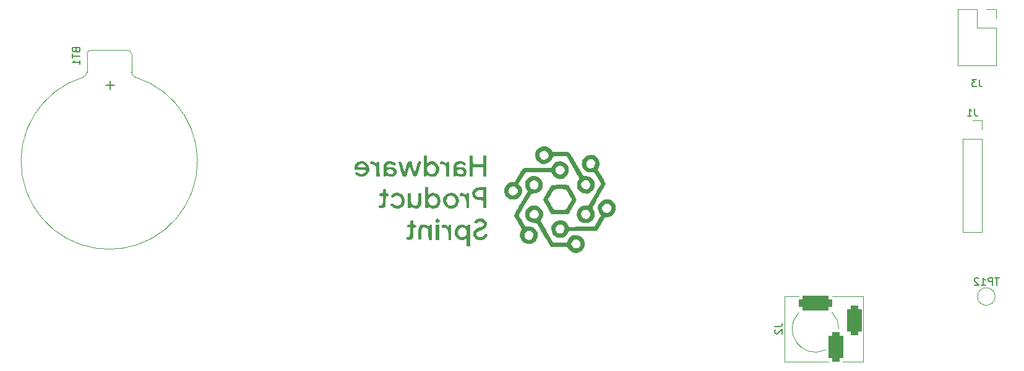
<source format=gbr>
%TF.GenerationSoftware,KiCad,Pcbnew,(6.0.5-0)*%
%TF.CreationDate,2022-07-17T22:17:14-04:00*%
%TF.ProjectId,Annahs_clock_hps,416e6e61-6873-45f6-936c-6f636b5f6870,rev?*%
%TF.SameCoordinates,Original*%
%TF.FileFunction,Legend,Bot*%
%TF.FilePolarity,Positive*%
%FSLAX46Y46*%
G04 Gerber Fmt 4.6, Leading zero omitted, Abs format (unit mm)*
G04 Created by KiCad (PCBNEW (6.0.5-0)) date 2022-07-17 22:17:14*
%MOMM*%
%LPD*%
G01*
G04 APERTURE LIST*
G04 Aperture macros list*
%AMRoundRect*
0 Rectangle with rounded corners*
0 $1 Rounding radius*
0 $2 $3 $4 $5 $6 $7 $8 $9 X,Y pos of 4 corners*
0 Add a 4 corners polygon primitive as box body*
4,1,4,$2,$3,$4,$5,$6,$7,$8,$9,$2,$3,0*
0 Add four circle primitives for the rounded corners*
1,1,$1+$1,$2,$3*
1,1,$1+$1,$4,$5*
1,1,$1+$1,$6,$7*
1,1,$1+$1,$8,$9*
0 Add four rect primitives between the rounded corners*
20,1,$1+$1,$2,$3,$4,$5,0*
20,1,$1+$1,$4,$5,$6,$7,0*
20,1,$1+$1,$6,$7,$8,$9,0*
20,1,$1+$1,$8,$9,$2,$3,0*%
G04 Aperture macros list end*
%ADD10C,0.150000*%
%ADD11C,0.120000*%
%ADD12C,3.200000*%
%ADD13C,1.440000*%
%ADD14C,2.000000*%
%ADD15R,1.700000X1.700000*%
%ADD16C,1.700000*%
%ADD17R,1.600000X1.600000*%
%ADD18O,1.600000X1.600000*%
%ADD19R,2.000000X2.000000*%
%ADD20C,3.000000*%
%ADD21R,1.800000X2.600000*%
%ADD22O,1.800000X2.600000*%
%ADD23RoundRect,0.500000X1.750000X0.500000X-1.750000X0.500000X-1.750000X-0.500000X1.750000X-0.500000X0*%
%ADD24RoundRect,0.500000X-0.500000X1.500000X-0.500000X-1.500000X0.500000X-1.500000X0.500000X1.500000X0*%
%ADD25O,1.700000X1.700000*%
%ADD26R,3.000000X3.000000*%
G04 APERTURE END LIST*
D10*
%TO.C,J2*%
X186342380Y-137461666D02*
X187056666Y-137461666D01*
X187199523Y-137414047D01*
X187294761Y-137318809D01*
X187342380Y-137175952D01*
X187342380Y-137080714D01*
X186437619Y-137890238D02*
X186390000Y-137937857D01*
X186342380Y-138033095D01*
X186342380Y-138271190D01*
X186390000Y-138366428D01*
X186437619Y-138414047D01*
X186532857Y-138461666D01*
X186628095Y-138461666D01*
X186770952Y-138414047D01*
X187342380Y-137842619D01*
X187342380Y-138461666D01*
%TO.C,J1*%
X213693333Y-107612380D02*
X213693333Y-108326666D01*
X213740952Y-108469523D01*
X213836190Y-108564761D01*
X213979047Y-108612380D01*
X214074285Y-108612380D01*
X212693333Y-108612380D02*
X213264761Y-108612380D01*
X212979047Y-108612380D02*
X212979047Y-107612380D01*
X213074285Y-107755238D01*
X213169523Y-107850476D01*
X213264761Y-107898095D01*
%TO.C,J3*%
X214323333Y-103577380D02*
X214323333Y-104291666D01*
X214370952Y-104434523D01*
X214466190Y-104529761D01*
X214609047Y-104577380D01*
X214704285Y-104577380D01*
X213942380Y-103577380D02*
X213323333Y-103577380D01*
X213656666Y-103958333D01*
X213513809Y-103958333D01*
X213418571Y-104005952D01*
X213370952Y-104053571D01*
X213323333Y-104148809D01*
X213323333Y-104386904D01*
X213370952Y-104482142D01*
X213418571Y-104529761D01*
X213513809Y-104577380D01*
X213799523Y-104577380D01*
X213894761Y-104529761D01*
X213942380Y-104482142D01*
%TO.C,TP12*%
X217003095Y-130804380D02*
X216431666Y-130804380D01*
X216717380Y-131804380D02*
X216717380Y-130804380D01*
X216098333Y-131804380D02*
X216098333Y-130804380D01*
X215717380Y-130804380D01*
X215622142Y-130852000D01*
X215574523Y-130899619D01*
X215526904Y-130994857D01*
X215526904Y-131137714D01*
X215574523Y-131232952D01*
X215622142Y-131280571D01*
X215717380Y-131328190D01*
X216098333Y-131328190D01*
X214574523Y-131804380D02*
X215145952Y-131804380D01*
X214860238Y-131804380D02*
X214860238Y-130804380D01*
X214955476Y-130947238D01*
X215050714Y-131042476D01*
X215145952Y-131090095D01*
X214193571Y-130899619D02*
X214145952Y-130852000D01*
X214050714Y-130804380D01*
X213812619Y-130804380D01*
X213717380Y-130852000D01*
X213669761Y-130899619D01*
X213622142Y-130994857D01*
X213622142Y-131090095D01*
X213669761Y-131232952D01*
X214241190Y-131804380D01*
X213622142Y-131804380D01*
%TO.C,BT1*%
X90678571Y-99564285D02*
X90726190Y-99707142D01*
X90773809Y-99754761D01*
X90869047Y-99802380D01*
X91011904Y-99802380D01*
X91107142Y-99754761D01*
X91154761Y-99707142D01*
X91202380Y-99611904D01*
X91202380Y-99230952D01*
X90202380Y-99230952D01*
X90202380Y-99564285D01*
X90250000Y-99659523D01*
X90297619Y-99707142D01*
X90392857Y-99754761D01*
X90488095Y-99754761D01*
X90583333Y-99707142D01*
X90630952Y-99659523D01*
X90678571Y-99564285D01*
X90678571Y-99230952D01*
X90202380Y-100088095D02*
X90202380Y-100659523D01*
X91202380Y-100373809D02*
X90202380Y-100373809D01*
X91202380Y-101516666D02*
X91202380Y-100945238D01*
X91202380Y-101230952D02*
X90202380Y-101230952D01*
X90345238Y-101135714D01*
X90440476Y-101040476D01*
X90488095Y-100945238D01*
X95357142Y-103778571D02*
X95357142Y-104921428D01*
X95928571Y-104350000D02*
X94785714Y-104350000D01*
D11*
%TO.C,J2*%
X198390000Y-133295000D02*
X194140000Y-133295000D01*
X198390000Y-142295000D02*
X195640000Y-142295000D01*
X187690000Y-133295000D02*
X189640000Y-133295000D01*
X187690000Y-133295000D02*
X187690000Y-142295000D01*
X198390000Y-133295000D02*
X198390000Y-142295000D01*
X187690000Y-142295000D02*
X193640000Y-142295000D01*
X189590000Y-135595000D02*
G75*
G03*
X193273705Y-140661245I2300000J-2200000D01*
G01*
X195090000Y-137795000D02*
G75*
G03*
X194152742Y-135532258I-3199997J2D01*
G01*
%TO.C,J1*%
X214690000Y-111760000D02*
X212030000Y-111760000D01*
X212030000Y-111760000D02*
X212030000Y-124520000D01*
X214690000Y-111760000D02*
X214690000Y-124520000D01*
X214690000Y-110490000D02*
X214690000Y-109160000D01*
X214690000Y-109160000D02*
X213360000Y-109160000D01*
X214690000Y-124520000D02*
X212030000Y-124520000D01*
%TO.C,J3*%
X216595000Y-93920000D02*
X215265000Y-93920000D01*
X216595000Y-96520000D02*
X216595000Y-101660000D01*
X213995000Y-93920000D02*
X211395000Y-93920000D01*
X216595000Y-95250000D02*
X216595000Y-93920000D01*
X211395000Y-93920000D02*
X211395000Y-101660000D01*
X213995000Y-96520000D02*
X213995000Y-93920000D01*
X216595000Y-101660000D02*
X211395000Y-101660000D01*
X216595000Y-96520000D02*
X213995000Y-96520000D01*
%TO.C,G\u002A\u002A\u002A*%
G36*
X141230013Y-123505708D02*
G01*
X141442906Y-123606919D01*
X141468811Y-123627108D01*
X141601049Y-123716560D01*
X141665194Y-123719593D01*
X141681970Y-123638990D01*
X141721627Y-123571463D01*
X141874394Y-123542778D01*
X142066818Y-123542778D01*
X142066818Y-125595303D01*
X141698785Y-125595303D01*
X141668800Y-124921086D01*
X141655079Y-124656122D01*
X141634739Y-124429603D01*
X141604413Y-124278552D01*
X141557865Y-124174067D01*
X141488858Y-124087247D01*
X141437092Y-124037226D01*
X141280879Y-123951379D01*
X141061446Y-123927626D01*
X140950846Y-123926587D01*
X140834414Y-123907884D01*
X140790662Y-123843001D01*
X140783990Y-123703131D01*
X140784351Y-123648285D01*
X140801296Y-123531340D01*
X140871283Y-123486138D01*
X141031906Y-123478636D01*
X141230013Y-123505708D01*
G37*
G36*
X131412607Y-114845587D02*
G01*
X131631847Y-114949855D01*
X131797509Y-115080165D01*
X131869332Y-114945963D01*
X131933776Y-114867798D01*
X132081133Y-114831688D01*
X132119053Y-114838939D01*
X132161335Y-114863109D01*
X132190804Y-114920442D01*
X132210372Y-115029961D01*
X132222950Y-115210687D01*
X132231447Y-115481640D01*
X132238775Y-115861843D01*
X132256439Y-116872071D01*
X131804192Y-116872071D01*
X131804192Y-116225723D01*
X131804072Y-116098968D01*
X131800358Y-115845448D01*
X131786083Y-115677814D01*
X131754136Y-115565441D01*
X131697409Y-115477703D01*
X131608792Y-115383975D01*
X131483571Y-115272691D01*
X131353989Y-115216796D01*
X131191873Y-115224522D01*
X131158247Y-115229902D01*
X131027978Y-115238711D01*
X130978289Y-115186193D01*
X130970354Y-115040008D01*
X130970701Y-114988102D01*
X130987630Y-114872183D01*
X131057628Y-114827136D01*
X131218269Y-114819545D01*
X131412607Y-114845587D01*
G37*
G36*
X140973448Y-114846617D02*
G01*
X141186341Y-114947828D01*
X141250976Y-114997920D01*
X141355920Y-115063350D01*
X141409592Y-115045179D01*
X141445316Y-114942754D01*
X141499098Y-114849953D01*
X141629186Y-114830507D01*
X141676417Y-114839249D01*
X141719313Y-114863656D01*
X141748907Y-114921071D01*
X141768278Y-115030546D01*
X141780506Y-115211132D01*
X141788669Y-115481880D01*
X141795846Y-115861843D01*
X141813510Y-116872071D01*
X141361263Y-116872071D01*
X141361263Y-116226440D01*
X141358972Y-116048125D01*
X141346586Y-115782151D01*
X141325871Y-115576662D01*
X141299573Y-115465540D01*
X141260087Y-115411290D01*
X141096867Y-115296631D01*
X140887265Y-115228929D01*
X140689023Y-115230421D01*
X140684931Y-115231443D01*
X140579253Y-115245371D01*
X140535838Y-115193723D01*
X140527424Y-115045262D01*
X140527789Y-114989529D01*
X140544739Y-114872272D01*
X140614723Y-114827021D01*
X140775340Y-114819545D01*
X140973448Y-114846617D01*
G37*
G36*
X153884199Y-125215073D02*
G01*
X153826909Y-125406430D01*
X153706558Y-125607334D01*
X153684570Y-125637692D01*
X153472200Y-125860566D01*
X153229011Y-126028258D01*
X152907609Y-126139195D01*
X152541290Y-126154931D01*
X152193478Y-126064258D01*
X151887098Y-125877361D01*
X151645073Y-125604428D01*
X151490328Y-125255644D01*
X151454265Y-124984035D01*
X151459933Y-124940765D01*
X152069491Y-124940765D01*
X152113522Y-125185331D01*
X152260369Y-125407813D01*
X152444281Y-125539641D01*
X152680760Y-125596150D01*
X152909432Y-125552115D01*
X153104592Y-125419330D01*
X153240538Y-125209588D01*
X153291566Y-124934683D01*
X153265096Y-124755495D01*
X153140186Y-124527680D01*
X152936930Y-124370853D01*
X152682222Y-124312475D01*
X152444315Y-124360111D01*
X152245884Y-124499600D01*
X152117277Y-124702670D01*
X152069491Y-124940765D01*
X151459933Y-124940765D01*
X151496307Y-124663066D01*
X151625094Y-124280404D01*
X151642012Y-124235678D01*
X151657180Y-124159492D01*
X151646365Y-124071009D01*
X151601548Y-123950697D01*
X151514707Y-123779025D01*
X151377823Y-123536462D01*
X151182877Y-123203478D01*
X151073661Y-123015620D01*
X150910456Y-122724505D01*
X150780108Y-122478787D01*
X150693829Y-122299903D01*
X150662832Y-122209286D01*
X150664049Y-122201752D01*
X150706901Y-122100424D01*
X150805028Y-121906455D01*
X150950249Y-121634926D01*
X151134386Y-121300920D01*
X151349257Y-120919521D01*
X151586684Y-120505811D01*
X152509473Y-118912027D01*
X152357014Y-118687365D01*
X152353516Y-118682180D01*
X152197187Y-118340061D01*
X152154553Y-117969081D01*
X152169419Y-117890252D01*
X152758259Y-117890252D01*
X152769550Y-118116007D01*
X152853795Y-118350626D01*
X152987270Y-118526816D01*
X153021810Y-118551877D01*
X153230692Y-118627774D01*
X153474656Y-118635543D01*
X153690837Y-118571216D01*
X153832681Y-118469451D01*
X153958570Y-118274730D01*
X153997121Y-118002339D01*
X153981039Y-117861333D01*
X153874374Y-117636983D01*
X153692708Y-117478935D01*
X153465409Y-117400742D01*
X153221841Y-117415958D01*
X152991372Y-117538137D01*
X152962690Y-117563804D01*
X152830931Y-117724168D01*
X152759808Y-117881578D01*
X152758259Y-117890252D01*
X152169419Y-117890252D01*
X152224644Y-117597403D01*
X152406486Y-117253189D01*
X152500937Y-117144843D01*
X152779185Y-116949766D01*
X153112383Y-116837636D01*
X153467201Y-116812616D01*
X153810311Y-116878872D01*
X154108384Y-117040566D01*
X154168578Y-117091340D01*
X154417791Y-117389026D01*
X154560215Y-117726443D01*
X154588299Y-118002339D01*
X154596285Y-118080797D01*
X154526436Y-118429294D01*
X154351103Y-118749138D01*
X154070718Y-119017535D01*
X154057625Y-119026724D01*
X153866314Y-119139477D01*
X153672335Y-119196517D01*
X153413518Y-119216683D01*
X153024075Y-119226681D01*
X152221101Y-120598997D01*
X152056189Y-120881373D01*
X151844299Y-121245848D01*
X151658725Y-121566955D01*
X151509135Y-121827884D01*
X151405197Y-122011827D01*
X151356581Y-122101976D01*
X151355332Y-122104695D01*
X151342648Y-122179002D01*
X151367283Y-122286344D01*
X151437394Y-122445348D01*
X151561137Y-122674638D01*
X151746668Y-122992840D01*
X152198301Y-123753042D01*
X152674899Y-123760157D01*
X152715424Y-123760823D01*
X152958790Y-123771399D01*
X153124129Y-123800776D01*
X153255740Y-123861594D01*
X153397921Y-123966497D01*
X153481406Y-124037208D01*
X153723590Y-124308999D01*
X153857554Y-124608111D01*
X153895227Y-124934683D01*
X153898771Y-124965401D01*
X153884199Y-125215073D01*
G37*
G36*
X146171182Y-122677290D02*
G01*
X146367330Y-122686509D01*
X146496397Y-122719424D01*
X146600561Y-122791064D01*
X146721999Y-122916457D01*
X146857078Y-123083894D01*
X146924806Y-123244663D01*
X146941566Y-123451960D01*
X146941027Y-123484589D01*
X146892601Y-123724704D01*
X146756218Y-123922378D01*
X146518438Y-124091358D01*
X146165822Y-124245389D01*
X145937963Y-124341979D01*
X145689742Y-124488645D01*
X145525622Y-124640603D01*
X145466313Y-124781970D01*
X145466418Y-124785705D01*
X145507132Y-124898943D01*
X145599251Y-125041451D01*
X145674757Y-125123252D01*
X145808588Y-125192510D01*
X146011173Y-125210455D01*
X146063864Y-125209853D01*
X146229134Y-125188009D01*
X146357632Y-125114543D01*
X146503613Y-124962090D01*
X146511434Y-124953017D01*
X146650595Y-124808760D01*
X146754021Y-124752334D01*
X146854826Y-124765171D01*
X146944636Y-124808035D01*
X147030131Y-124877375D01*
X147037077Y-124943450D01*
X146973877Y-125080491D01*
X146846122Y-125240810D01*
X146678202Y-125395367D01*
X146494503Y-125515126D01*
X146405565Y-125555967D01*
X146188605Y-125630075D01*
X146011515Y-125659444D01*
X145816321Y-125633029D01*
X145534774Y-125519418D01*
X145288136Y-125341615D01*
X145122956Y-125127489D01*
X145107051Y-125093400D01*
X145034337Y-124796548D01*
X145084957Y-124520084D01*
X145255143Y-124269810D01*
X145541124Y-124051528D01*
X145939133Y-123871040D01*
X145994385Y-123851064D01*
X146294271Y-123715527D01*
X146470707Y-123575019D01*
X146527900Y-123424696D01*
X146470055Y-123259715D01*
X146465105Y-123252382D01*
X146317254Y-123127309D01*
X146117900Y-123064540D01*
X145907777Y-123064387D01*
X145727619Y-123127162D01*
X145618161Y-123253179D01*
X145546536Y-123330675D01*
X145406035Y-123339155D01*
X145238042Y-123257531D01*
X145176899Y-123205388D01*
X145162646Y-123148131D01*
X145218439Y-123063672D01*
X145355135Y-122920789D01*
X145417271Y-122858801D01*
X145536193Y-122756139D01*
X145652030Y-122701848D01*
X145808566Y-122680550D01*
X146049584Y-122676869D01*
X146171182Y-122677290D01*
G37*
G36*
X143625823Y-119148428D02*
G01*
X143881389Y-119272381D01*
X143963669Y-119327525D01*
X144068906Y-119387666D01*
X144111422Y-119379610D01*
X144119344Y-119307511D01*
X144121120Y-119276897D01*
X144170572Y-119201595D01*
X144311768Y-119181162D01*
X144504192Y-119181162D01*
X144504192Y-121233687D01*
X144131365Y-121233687D01*
X144109319Y-120596789D01*
X144100783Y-120411146D01*
X144065632Y-120077063D01*
X143999947Y-119844572D01*
X143893339Y-119695846D01*
X143735417Y-119613057D01*
X143515791Y-119578376D01*
X143375683Y-119567536D01*
X143265040Y-119540847D01*
X143228270Y-119478052D01*
X143233609Y-119353881D01*
X143249147Y-119253145D01*
X143309140Y-119162914D01*
X143448434Y-119129995D01*
X143625823Y-119148428D01*
G37*
G36*
X134797912Y-119134126D02*
G01*
X134859370Y-119142726D01*
X135190330Y-119256476D01*
X135449901Y-119464836D01*
X135627064Y-119751058D01*
X135710802Y-120098398D01*
X135690096Y-120490110D01*
X135678635Y-120539914D01*
X135554702Y-120806514D01*
X135352368Y-121045184D01*
X135110655Y-121207607D01*
X134910157Y-121272436D01*
X134551321Y-121291235D01*
X134205570Y-121196234D01*
X133904823Y-120993111D01*
X133817826Y-120905802D01*
X133742008Y-120793958D01*
X133769046Y-120718097D01*
X133898464Y-120652735D01*
X133936571Y-120639253D01*
X134074673Y-120628384D01*
X134203135Y-120713710D01*
X134295936Y-120786146D01*
X134538000Y-120881347D01*
X134788001Y-120876798D01*
X135011645Y-120776993D01*
X135174641Y-120586423D01*
X135267185Y-120310309D01*
X135262195Y-120031377D01*
X135160924Y-119791032D01*
X134973829Y-119613293D01*
X134711367Y-119522182D01*
X134544777Y-119509886D01*
X134408610Y-119545137D01*
X134277550Y-119652477D01*
X134192775Y-119729807D01*
X134079271Y-119782830D01*
X133951967Y-119758068D01*
X133894295Y-119732021D01*
X133804512Y-119636101D01*
X133836276Y-119509122D01*
X133989944Y-119347198D01*
X134018262Y-119323873D01*
X134242972Y-119182929D01*
X134486867Y-119123896D01*
X134797912Y-119134126D01*
G37*
G36*
X142959122Y-120771704D02*
G01*
X142749047Y-121042580D01*
X142451634Y-121225768D01*
X142156571Y-121294151D01*
X141807045Y-121268723D01*
X141481302Y-121140597D01*
X141215637Y-120918785D01*
X141072447Y-120708035D01*
X140959363Y-120384616D01*
X140957661Y-120322434D01*
X141387869Y-120322434D01*
X141486206Y-120577836D01*
X141501390Y-120600890D01*
X141638235Y-120754256D01*
X141782387Y-120850437D01*
X141961687Y-120902040D01*
X142152551Y-120890859D01*
X142364877Y-120789421D01*
X142425525Y-120747389D01*
X142600932Y-120536409D01*
X142678917Y-120272054D01*
X142646651Y-119990685D01*
X142545045Y-119776734D01*
X142356211Y-119604392D01*
X142080895Y-119521279D01*
X141856308Y-119534343D01*
X141639451Y-119643890D01*
X141479252Y-119829237D01*
X141390471Y-120064159D01*
X141387869Y-120322434D01*
X140957661Y-120322434D01*
X140950479Y-120060034D01*
X141035593Y-119754625D01*
X141204507Y-119488728D01*
X141447019Y-119282680D01*
X141752931Y-119156818D01*
X142112041Y-119131481D01*
X142287691Y-119157735D01*
X142622708Y-119289846D01*
X142876319Y-119513898D01*
X143036964Y-119817441D01*
X143093081Y-120188024D01*
X143086231Y-120272054D01*
X143073646Y-120426426D01*
X142959122Y-120771704D01*
G37*
G36*
X144183485Y-126429141D02*
G01*
X144183485Y-125334897D01*
X143992917Y-125475790D01*
X143989970Y-125477957D01*
X143722306Y-125600412D01*
X143426106Y-125616824D01*
X143130864Y-125535281D01*
X142866070Y-125363866D01*
X142661217Y-125110668D01*
X142642542Y-125076003D01*
X142541196Y-124761423D01*
X142533821Y-124515121D01*
X142959123Y-124515121D01*
X142996160Y-124772863D01*
X143130853Y-125013109D01*
X143232848Y-125119148D01*
X143373052Y-125192424D01*
X143574142Y-125210455D01*
X143737237Y-125200408D01*
X143884995Y-125142124D01*
X144024330Y-125004909D01*
X144047476Y-124976966D01*
X144141397Y-124835917D01*
X144175640Y-124690229D01*
X144166551Y-124479516D01*
X144141541Y-124329373D01*
X144026047Y-124075349D01*
X143831734Y-123917652D01*
X143565631Y-123863485D01*
X143329114Y-123914124D01*
X143136084Y-124058030D01*
X143009259Y-124267602D01*
X142959123Y-124515121D01*
X142533821Y-124515121D01*
X142531081Y-124423611D01*
X142605094Y-124096339D01*
X142756136Y-123813373D01*
X142977104Y-123608484D01*
X143068586Y-123561233D01*
X143371676Y-123486035D01*
X143691838Y-123500988D01*
X143975025Y-123606216D01*
X144088371Y-123670339D01*
X144164097Y-123688880D01*
X144183485Y-123638047D01*
X144183740Y-123631219D01*
X144241239Y-123564010D01*
X144407980Y-123542778D01*
X144632475Y-123542778D01*
X144632475Y-126429141D01*
X144183485Y-126429141D01*
G37*
G36*
X151608335Y-119444497D02*
G01*
X151399351Y-119728237D01*
X151099964Y-119941511D01*
X150835859Y-120037602D01*
X150455404Y-120070633D01*
X150085872Y-119991345D01*
X149753179Y-119806453D01*
X149483243Y-119522670D01*
X149397039Y-119375176D01*
X149298990Y-119044261D01*
X149303264Y-118829771D01*
X149881294Y-118829771D01*
X149925066Y-119082479D01*
X150079561Y-119314378D01*
X150201441Y-119411299D01*
X150447624Y-119499552D01*
X150700424Y-119479762D01*
X150929185Y-119357235D01*
X151103251Y-119137272D01*
X151145780Y-119030337D01*
X151160969Y-118788842D01*
X151079459Y-118568642D01*
X150923051Y-118390209D01*
X150713548Y-118274016D01*
X150472754Y-118240535D01*
X150222471Y-118310240D01*
X150108517Y-118384191D01*
X149943894Y-118586819D01*
X149881294Y-118829771D01*
X149303264Y-118829771D01*
X149305745Y-118705283D01*
X149405647Y-118379737D01*
X149587035Y-118089117D01*
X149838249Y-117854920D01*
X150147631Y-117698638D01*
X150503520Y-117641768D01*
X150774085Y-117641768D01*
X151272924Y-116770644D01*
X151368995Y-116604105D01*
X151540228Y-116313418D01*
X151688466Y-116069464D01*
X151728837Y-116006162D01*
X156306212Y-116006162D01*
X156306583Y-116031723D01*
X156352464Y-116240035D01*
X156493703Y-116428015D01*
X156509451Y-116443308D01*
X156731873Y-116583002D01*
X156967530Y-116619757D01*
X157192964Y-116568385D01*
X157384717Y-116443698D01*
X157519334Y-116260508D01*
X157573355Y-116033627D01*
X157523325Y-115777867D01*
X157415141Y-115594166D01*
X157210765Y-115445311D01*
X156928421Y-115396818D01*
X156749233Y-115423288D01*
X156521418Y-115548198D01*
X156364590Y-115751454D01*
X156306212Y-116006162D01*
X151728837Y-116006162D01*
X151800410Y-115893935D01*
X151862762Y-115808523D01*
X151879200Y-115795883D01*
X151944652Y-115771482D01*
X152059876Y-115752487D01*
X152237956Y-115738296D01*
X152491974Y-115728306D01*
X152835014Y-115721915D01*
X153280157Y-115718522D01*
X153840489Y-115717525D01*
X155727218Y-115717525D01*
X155816391Y-115509066D01*
X155969693Y-115263324D01*
X156200367Y-115036862D01*
X156454706Y-114887767D01*
X156592191Y-114847110D01*
X156936346Y-114818290D01*
X157290160Y-114870700D01*
X157611741Y-114995508D01*
X157859195Y-115183881D01*
X157947687Y-115296055D01*
X158101212Y-115621175D01*
X158153381Y-115979174D01*
X158146306Y-116033627D01*
X158106465Y-116340251D01*
X157962734Y-116674605D01*
X157724459Y-116952436D01*
X157705040Y-116968242D01*
X157469102Y-117111251D01*
X157194933Y-117215723D01*
X156947626Y-117256204D01*
X156856810Y-117250734D01*
X156544844Y-117164235D01*
X156240345Y-116993181D01*
X155983561Y-116764285D01*
X155814737Y-116504260D01*
X155727218Y-116294798D01*
X152230740Y-116294798D01*
X151761383Y-117102530D01*
X151292026Y-117910261D01*
X151418384Y-118048615D01*
X151457954Y-118094030D01*
X151651725Y-118415056D01*
X151738636Y-118763447D01*
X151737491Y-118788842D01*
X151722801Y-119114747D01*
X151608335Y-119444497D01*
G37*
G36*
X144162114Y-116406391D02*
G01*
X144052530Y-116667432D01*
X143855718Y-116846702D01*
X143791018Y-116876886D01*
X143525628Y-116929282D01*
X143235868Y-116905674D01*
X142980833Y-116808632D01*
X142867488Y-116744509D01*
X142791761Y-116725968D01*
X142772374Y-116776801D01*
X142772119Y-116783629D01*
X142714620Y-116850838D01*
X142547879Y-116872071D01*
X142323384Y-116872071D01*
X142323742Y-116214621D01*
X142324852Y-116160188D01*
X142792192Y-116160188D01*
X142843870Y-116313772D01*
X142985698Y-116450182D01*
X143125293Y-116526922D01*
X143343101Y-116581661D01*
X143542071Y-116532319D01*
X143561598Y-116521799D01*
X143692401Y-116384067D01*
X143718914Y-116207201D01*
X143633496Y-116032943D01*
X143485152Y-115947391D01*
X143271547Y-115910264D01*
X143048987Y-115925216D01*
X142872985Y-115995014D01*
X142839566Y-116025378D01*
X142792192Y-116160188D01*
X142324852Y-116160188D01*
X142331564Y-115831091D01*
X142361859Y-115496156D01*
X142419616Y-115251252D01*
X142509721Y-115076705D01*
X142637060Y-114952835D01*
X142822766Y-114853637D01*
X143131174Y-114781380D01*
X143453818Y-114789005D01*
X143750703Y-114874091D01*
X143981834Y-115034219D01*
X144124606Y-115186192D01*
X143970818Y-115286958D01*
X143893920Y-115333577D01*
X143804102Y-115352096D01*
X143720446Y-115291139D01*
X143704247Y-115277118D01*
X143562313Y-115207089D01*
X143374507Y-115161296D01*
X143314132Y-115154659D01*
X143119137Y-115170242D01*
X142948763Y-115267083D01*
X142934314Y-115278834D01*
X142819468Y-115403595D01*
X142772360Y-115513721D01*
X142772482Y-115519925D01*
X142793896Y-115572122D01*
X142869330Y-115602934D01*
X143023497Y-115617589D01*
X143281107Y-115621313D01*
X143420186Y-115621928D01*
X143632377Y-115630827D01*
X143772327Y-115658362D01*
X143877830Y-115714623D01*
X143986677Y-115809702D01*
X144035470Y-115858869D01*
X144150453Y-116029963D01*
X144178175Y-116207201D01*
X144181212Y-116226621D01*
X144162114Y-116406391D01*
G37*
G36*
X140399142Y-125595303D02*
G01*
X139950152Y-125595303D01*
X139950152Y-123542778D01*
X140399142Y-123542778D01*
X140399142Y-125595303D01*
G37*
G36*
X136819931Y-122924842D02*
G01*
X136862201Y-123016395D01*
X136883885Y-123206035D01*
X136890851Y-123299700D01*
X136916173Y-123441424D01*
X136971911Y-123506496D01*
X137079823Y-123531003D01*
X137104831Y-123534317D01*
X137223907Y-123583498D01*
X137256212Y-123699374D01*
X137255118Y-123727726D01*
X137206883Y-123831452D01*
X137063788Y-123885934D01*
X136871364Y-123924419D01*
X136869324Y-124583472D01*
X136869095Y-124634435D01*
X136861209Y-124954999D01*
X136836714Y-125177381D01*
X136787526Y-125327985D01*
X136705558Y-125433215D01*
X136582727Y-125519476D01*
X136560835Y-125530471D01*
X136397365Y-125570782D01*
X136197879Y-125578962D01*
X136153024Y-125575977D01*
X136009261Y-125552375D01*
X135945261Y-125488781D01*
X135921044Y-125352488D01*
X135915534Y-125213530D01*
X135954788Y-125165964D01*
X136066195Y-125183262D01*
X136075455Y-125185538D01*
X136221482Y-125200434D01*
X136321261Y-125151810D01*
X136382719Y-125023681D01*
X136413781Y-124800064D01*
X136422374Y-124464974D01*
X136422374Y-123863485D01*
X136197879Y-123863485D01*
X136065635Y-123855965D01*
X135990157Y-123811572D01*
X135973384Y-123703131D01*
X135983911Y-123608671D01*
X136046062Y-123554758D01*
X136197879Y-123542778D01*
X136291537Y-123541311D01*
X136382990Y-123517270D01*
X136417219Y-123435611D01*
X136422374Y-123261004D01*
X136423686Y-123194953D01*
X136458503Y-123014764D01*
X136557887Y-122925443D01*
X136744813Y-122901364D01*
X136819931Y-122924842D01*
G37*
G36*
X130814454Y-116099944D02*
G01*
X130707215Y-116401468D01*
X130513156Y-116658504D01*
X130232727Y-116845667D01*
X130120744Y-116885096D01*
X129838922Y-116928331D01*
X129550144Y-116915340D01*
X129315527Y-116846094D01*
X129314028Y-116845311D01*
X129145648Y-116731823D01*
X128983651Y-116586150D01*
X128900654Y-116489738D01*
X128869979Y-116411450D01*
X128919509Y-116356543D01*
X128920460Y-116355943D01*
X129050236Y-116302787D01*
X129189533Y-116323031D01*
X129381303Y-116422841D01*
X129431284Y-116451582D01*
X129713214Y-116545978D01*
X129974072Y-116516545D01*
X130205591Y-116363873D01*
X130237083Y-116332052D01*
X130356221Y-116196911D01*
X130399760Y-116100501D01*
X130357171Y-116035716D01*
X130217926Y-115995447D01*
X129971494Y-115972587D01*
X129607349Y-115960030D01*
X128821616Y-115942020D01*
X128801078Y-115763114D01*
X128814592Y-115559019D01*
X128817808Y-115550846D01*
X129257625Y-115550846D01*
X129305443Y-115581158D01*
X129451882Y-115611834D01*
X129659696Y-115632709D01*
X129891644Y-115642425D01*
X130110488Y-115639624D01*
X130278986Y-115622949D01*
X130359899Y-115591040D01*
X130363585Y-115564526D01*
X130314132Y-115458662D01*
X130201785Y-115323937D01*
X130187726Y-115309955D01*
X130047585Y-115191048D01*
X129917447Y-115148613D01*
X129733191Y-115160252D01*
X129567429Y-115203969D01*
X129390920Y-115302929D01*
X129277188Y-115427149D01*
X129257625Y-115550846D01*
X128817808Y-115550846D01*
X128919344Y-115292812D01*
X129098453Y-115055032D01*
X129326783Y-114887542D01*
X129378932Y-114863199D01*
X129677740Y-114770526D01*
X129958799Y-114782506D01*
X130267243Y-114899722D01*
X130366210Y-114956694D01*
X130610752Y-115182308D01*
X130766673Y-115464977D01*
X130788129Y-115564526D01*
X130834424Y-115779318D01*
X130814454Y-116099944D01*
G37*
G36*
X140510363Y-120681513D02*
G01*
X140343932Y-120970595D01*
X140079435Y-121178904D01*
X139953023Y-121234369D01*
X139664197Y-121293083D01*
X139385807Y-121271321D01*
X139162952Y-121169545D01*
X139132990Y-121146229D01*
X139002823Y-121058949D01*
X138940123Y-121058205D01*
X138923889Y-121141539D01*
X138921978Y-121163685D01*
X138866509Y-121218835D01*
X138715429Y-121221715D01*
X138506970Y-121201616D01*
X138506970Y-120160341D01*
X138927448Y-120160341D01*
X138950180Y-120423592D01*
X139060914Y-120656032D01*
X139253898Y-120821578D01*
X139497042Y-120904403D01*
X139735155Y-120877325D01*
X139955086Y-120725489D01*
X140065826Y-120595725D01*
X140126808Y-120444095D01*
X140141150Y-120228394D01*
X140140180Y-120188043D01*
X140080364Y-119901119D01*
X139944033Y-119687809D01*
X139753809Y-119557982D01*
X139532311Y-119521504D01*
X139302160Y-119588244D01*
X139085976Y-119768071D01*
X138998469Y-119902364D01*
X138927448Y-120160341D01*
X138506970Y-120160341D01*
X138506970Y-118379394D01*
X138715429Y-118359295D01*
X138923889Y-118339195D01*
X138923889Y-119433861D01*
X139164419Y-119269613D01*
X139286042Y-119194382D01*
X139466947Y-119133045D01*
X139684878Y-119136210D01*
X139760785Y-119146919D01*
X140090064Y-119261627D01*
X140339928Y-119473748D01*
X140503808Y-119775727D01*
X140575135Y-120160009D01*
X140575771Y-120228394D01*
X140576586Y-120316063D01*
X140510363Y-120681513D01*
G37*
G36*
X138530133Y-123505371D02*
G01*
X138748967Y-123606919D01*
X138774871Y-123627108D01*
X138907110Y-123716560D01*
X138971254Y-123719593D01*
X138988030Y-123638990D01*
X139027688Y-123571463D01*
X139180455Y-123542778D01*
X139372879Y-123542778D01*
X139372879Y-125603431D01*
X139164419Y-125583332D01*
X138955960Y-125563232D01*
X138923889Y-124835742D01*
X138919221Y-124732642D01*
X138902964Y-124445524D01*
X138882561Y-124253259D01*
X138852403Y-124129876D01*
X138806883Y-124049403D01*
X138740394Y-123985869D01*
X138566291Y-123893217D01*
X138331172Y-123871939D01*
X138118345Y-123954314D01*
X138116884Y-123955386D01*
X138062602Y-124011143D01*
X138024326Y-124100144D01*
X137997680Y-124246146D01*
X137978286Y-124472909D01*
X137961768Y-124804188D01*
X137929697Y-125563232D01*
X137544849Y-125563232D01*
X137524991Y-124889747D01*
X137521170Y-124593234D01*
X137539557Y-124225192D01*
X137591250Y-123951390D01*
X137680512Y-123752791D01*
X137811608Y-123610360D01*
X137993881Y-123518181D01*
X138260151Y-123475859D01*
X138530133Y-123505371D01*
G37*
G36*
X140321193Y-116315836D02*
G01*
X140168688Y-116596586D01*
X139931529Y-116810206D01*
X139836307Y-116858636D01*
X139536870Y-116929471D01*
X139219621Y-116912774D01*
X138939924Y-116808632D01*
X138826579Y-116744509D01*
X138750852Y-116725968D01*
X138731465Y-116776801D01*
X138731139Y-116784497D01*
X138672968Y-116851075D01*
X138505743Y-116872071D01*
X138280021Y-116872071D01*
X138291645Y-115911026D01*
X138735890Y-115911026D01*
X138796601Y-116165066D01*
X138955653Y-116396534D01*
X139097305Y-116499801D01*
X139342827Y-116551364D01*
X139377002Y-116550420D01*
X139619580Y-116482196D01*
X139804536Y-116326193D01*
X139921596Y-116110785D01*
X139960486Y-115864349D01*
X139910933Y-115615257D01*
X139762661Y-115391884D01*
X139569275Y-115248489D01*
X139354392Y-115204394D01*
X139296579Y-115206923D01*
X139053864Y-115282363D01*
X138873514Y-115442786D01*
X138764525Y-115661303D01*
X138735890Y-115911026D01*
X138291645Y-115911026D01*
X138297283Y-115444924D01*
X138314546Y-114017778D01*
X138699394Y-114017778D01*
X138718064Y-114549436D01*
X138736733Y-115081095D01*
X138928572Y-114944494D01*
X139002926Y-114899443D01*
X139277488Y-114816195D01*
X139582178Y-114817271D01*
X139864961Y-114904872D01*
X140104466Y-115088092D01*
X140280680Y-115354084D01*
X140376200Y-115666258D01*
X140384504Y-115864349D01*
X140390034Y-115996284D01*
X140321193Y-116315836D01*
G37*
G36*
X145030900Y-114575135D02*
G01*
X145049394Y-115172323D01*
X146423564Y-115208685D01*
X146442034Y-114613231D01*
X146460505Y-114017778D01*
X146845354Y-114017778D01*
X146862616Y-115444924D01*
X146879879Y-116872071D01*
X146428434Y-116872071D01*
X146428434Y-115653384D01*
X145017323Y-115653384D01*
X145017323Y-116872071D01*
X144565879Y-116872071D01*
X144583142Y-115444924D01*
X144600404Y-114017778D01*
X144806405Y-113997862D01*
X145012407Y-113977946D01*
X145030900Y-114575135D01*
G37*
G36*
X140178248Y-122644819D02*
G01*
X140342970Y-122699066D01*
X140444570Y-122828929D01*
X140465025Y-122991806D01*
X140386313Y-123145101D01*
X140321840Y-123187335D01*
X140174647Y-123222071D01*
X140084779Y-123210337D01*
X139939846Y-123111749D01*
X139886010Y-122933434D01*
X139897744Y-122843566D01*
X139996332Y-122698633D01*
X140174647Y-122644798D01*
X140178248Y-122644819D01*
G37*
G36*
X161517110Y-118684213D02*
G01*
X161266528Y-118969964D01*
X160915083Y-119180140D01*
X160899937Y-119186249D01*
X160645213Y-119234184D01*
X160338390Y-119220148D01*
X160031585Y-119150875D01*
X159776916Y-119033099D01*
X159515100Y-118792804D01*
X159335692Y-118478176D01*
X159255932Y-118124038D01*
X159265186Y-117993383D01*
X159834975Y-117993383D01*
X159879899Y-118219288D01*
X160052071Y-118449949D01*
X160094577Y-118490969D01*
X160285897Y-118627064D01*
X160475404Y-118668030D01*
X160515590Y-118666450D01*
X160702357Y-118607774D01*
X160898737Y-118449949D01*
X161012114Y-118317915D01*
X161112005Y-118091010D01*
X161084841Y-117863975D01*
X160930958Y-117628202D01*
X160822858Y-117520199D01*
X160675147Y-117440081D01*
X160475404Y-117420188D01*
X160327383Y-117429135D01*
X160171046Y-117487850D01*
X160019850Y-117628202D01*
X159916961Y-117763627D01*
X159834975Y-117993383D01*
X159265186Y-117993383D01*
X159281866Y-117757899D01*
X159419541Y-117407271D01*
X159436764Y-117377631D01*
X159522460Y-117207976D01*
X159542662Y-117091707D01*
X159506440Y-116984717D01*
X159475676Y-116929246D01*
X159383221Y-116767648D01*
X159242622Y-116524530D01*
X159063802Y-116216986D01*
X158856684Y-115862109D01*
X158631191Y-115476995D01*
X157831868Y-114113990D01*
X156045088Y-114113990D01*
X155926450Y-114386591D01*
X155926016Y-114387587D01*
X155721850Y-114715625D01*
X155438940Y-114974134D01*
X155105414Y-115143572D01*
X154749402Y-115204394D01*
X154489633Y-115163325D01*
X154178532Y-115028003D01*
X153898621Y-114823430D01*
X153693774Y-114575735D01*
X153609529Y-114396477D01*
X153531573Y-114070573D01*
X153531167Y-113877490D01*
X154126308Y-113877490D01*
X154151783Y-114126909D01*
X154301793Y-114367254D01*
X154467518Y-114506777D01*
X154715563Y-114593216D01*
X154973480Y-114554539D01*
X155229270Y-114390443D01*
X155327155Y-114254991D01*
X155380807Y-114027912D01*
X155355381Y-113783336D01*
X155256824Y-113563424D01*
X155091078Y-113410336D01*
X155070682Y-113399942D01*
X154809801Y-113338685D01*
X154542033Y-113385000D01*
X154312894Y-113531783D01*
X154225140Y-113636066D01*
X154126308Y-113877490D01*
X153531167Y-113877490D01*
X153530889Y-113745543D01*
X153611055Y-113469242D01*
X153617951Y-113456047D01*
X153862321Y-113122186D01*
X154185587Y-112879593D01*
X154567044Y-112743976D01*
X154699628Y-112729762D01*
X155029402Y-112770470D01*
X155353588Y-112899658D01*
X155632603Y-113098359D01*
X155826866Y-113347609D01*
X155924658Y-113536717D01*
X157040830Y-113536717D01*
X157119522Y-113536721D01*
X157501970Y-113537474D01*
X157779182Y-113541276D01*
X157970794Y-113550619D01*
X158096438Y-113567997D01*
X158175749Y-113595901D01*
X158228360Y-113636826D01*
X158273905Y-113693262D01*
X158330089Y-113778843D01*
X158443560Y-113963247D01*
X158482453Y-114027912D01*
X158602177Y-114226970D01*
X158796078Y-114553495D01*
X159015402Y-114926300D01*
X159250286Y-115328868D01*
X160109765Y-116807929D01*
X160422927Y-116807929D01*
X160482823Y-116808950D01*
X160888488Y-116876933D01*
X161223844Y-117043617D01*
X161477495Y-117298077D01*
X161638043Y-117629385D01*
X161694091Y-118026616D01*
X161687025Y-118091010D01*
X161660565Y-118332160D01*
X161517110Y-118684213D01*
G37*
G36*
X146428434Y-121233687D02*
G01*
X146428434Y-120161889D01*
X145976638Y-120124012D01*
X145743199Y-120094567D01*
X145400987Y-119994717D01*
X145152996Y-119828616D01*
X144985061Y-119588617D01*
X144954267Y-119515219D01*
X144904380Y-119210303D01*
X144913402Y-119169476D01*
X145356965Y-119169476D01*
X145364854Y-119352555D01*
X145495468Y-119536855D01*
X145536467Y-119575525D01*
X145652420Y-119650225D01*
X145805393Y-119685455D01*
X146040670Y-119694293D01*
X146428434Y-119694293D01*
X146428434Y-118796313D01*
X146016171Y-118796313D01*
X145817720Y-118799923D01*
X145660581Y-118820944D01*
X145558381Y-118871926D01*
X145470969Y-118965317D01*
X145470853Y-118965464D01*
X145356965Y-119169476D01*
X144913402Y-119169476D01*
X144969418Y-118915989D01*
X145139997Y-118657403D01*
X145406731Y-118459670D01*
X145477548Y-118428249D01*
X145658127Y-118380736D01*
X145906306Y-118355120D01*
X146252046Y-118347423D01*
X146877424Y-118347323D01*
X146877424Y-121233687D01*
X146428434Y-121233687D01*
G37*
G36*
X160234525Y-126628152D02*
G01*
X160052845Y-126927999D01*
X159795011Y-127168864D01*
X159469348Y-127326040D01*
X159289542Y-127369590D01*
X159057443Y-127377767D01*
X158787152Y-127322495D01*
X158696411Y-127289381D01*
X158482797Y-127169149D01*
X158270544Y-127006549D01*
X158098215Y-126833199D01*
X158004376Y-126680718D01*
X157989797Y-126646574D01*
X157952623Y-126611188D01*
X157878720Y-126586620D01*
X157749779Y-126570914D01*
X157547488Y-126562117D01*
X157253539Y-126558271D01*
X156849621Y-126557424D01*
X156496094Y-126555670D01*
X156137973Y-126547667D01*
X155887151Y-126532460D01*
X155731813Y-126509252D01*
X155660140Y-126477247D01*
X155658027Y-126474783D01*
X155601623Y-126390799D01*
X155490347Y-126212543D01*
X155410832Y-126082166D01*
X158486505Y-126082166D01*
X158518239Y-126330619D01*
X158674511Y-126562358D01*
X158690024Y-126577433D01*
X158912818Y-126717634D01*
X159148621Y-126754548D01*
X159374014Y-126703031D01*
X159565581Y-126577942D01*
X159699902Y-126394135D01*
X159753559Y-126166467D01*
X159703133Y-125909796D01*
X159574510Y-125709180D01*
X159366627Y-125562824D01*
X159124679Y-125511630D01*
X158880416Y-125561462D01*
X158665587Y-125718184D01*
X158579464Y-125831675D01*
X158486505Y-126082166D01*
X155410832Y-126082166D01*
X155333312Y-125955060D01*
X155139635Y-125633392D01*
X154918430Y-125262583D01*
X154678812Y-124857677D01*
X153771341Y-123318283D01*
X153387135Y-123284222D01*
X153385390Y-123284066D01*
X152960350Y-123194920D01*
X152616477Y-123014295D01*
X152361710Y-122748108D01*
X152203984Y-122402276D01*
X152181784Y-122319677D01*
X152144546Y-122123979D01*
X152146896Y-122069485D01*
X152778434Y-122069485D01*
X152793110Y-122233771D01*
X152892757Y-122453424D01*
X153097858Y-122612063D01*
X153299544Y-122685522D01*
X153556543Y-122679898D01*
X153778034Y-122554141D01*
X153951939Y-122312487D01*
X153955950Y-122304279D01*
X154023609Y-122140352D01*
X154028228Y-122013105D01*
X153973027Y-121852228D01*
X153923415Y-121753843D01*
X153738763Y-121554945D01*
X153497903Y-121461074D01*
X153224090Y-121483673D01*
X153000231Y-121597534D01*
X152836266Y-121802015D01*
X152778434Y-122069485D01*
X152146896Y-122069485D01*
X152151946Y-121952411D01*
X152203984Y-121732775D01*
X152283640Y-121521585D01*
X152484599Y-121232039D01*
X152751200Y-121024800D01*
X153061799Y-120901237D01*
X153394756Y-120862719D01*
X153728427Y-120910613D01*
X154041170Y-121046290D01*
X154311344Y-121271117D01*
X154517305Y-121586465D01*
X154599893Y-121841738D01*
X154611325Y-122013105D01*
X154622820Y-122185407D01*
X154556569Y-122511037D01*
X154404958Y-122778131D01*
X154357203Y-122848895D01*
X154318638Y-122970556D01*
X154344802Y-123036950D01*
X154428634Y-123201190D01*
X154561724Y-123445742D01*
X154735400Y-123754968D01*
X154940987Y-124113233D01*
X155169811Y-124504899D01*
X156020174Y-125948081D01*
X156924526Y-125965826D01*
X157828879Y-125983572D01*
X158002355Y-125628998D01*
X158126590Y-125418102D01*
X158393180Y-125144199D01*
X158727499Y-124979172D01*
X159128056Y-124923956D01*
X159195242Y-124925223D01*
X159541876Y-124985312D01*
X159838125Y-125145529D01*
X160111804Y-125419899D01*
X160239364Y-125621768D01*
X160336111Y-125950331D01*
X160333351Y-126166467D01*
X160331722Y-126294027D01*
X160234525Y-126628152D01*
G37*
G36*
X162085256Y-124182040D02*
G01*
X162022980Y-124272450D01*
X162018182Y-124277805D01*
X161976670Y-124306998D01*
X161904763Y-124329902D01*
X161788475Y-124347255D01*
X161613825Y-124359796D01*
X161366829Y-124368263D01*
X161033504Y-124373396D01*
X160599867Y-124375934D01*
X160051935Y-124376616D01*
X158168920Y-124376616D01*
X158046159Y-124617146D01*
X157942069Y-124794957D01*
X157756531Y-124998419D01*
X157492828Y-125167788D01*
X157490836Y-125168834D01*
X157260127Y-125240917D01*
X156966238Y-125268504D01*
X156666039Y-125250619D01*
X156416400Y-125186284D01*
X156199871Y-125064331D01*
X155945054Y-124806286D01*
X155784671Y-124473285D01*
X155728940Y-124081744D01*
X155735775Y-124012405D01*
X156306862Y-124012405D01*
X156332487Y-124260617D01*
X156482601Y-124497704D01*
X156687285Y-124661775D01*
X156924897Y-124724159D01*
X157187608Y-124664513D01*
X157294834Y-124602126D01*
X157463177Y-124418391D01*
X157560709Y-124189409D01*
X157563014Y-123960941D01*
X157550065Y-123915763D01*
X157417059Y-123682466D01*
X157214391Y-123532437D01*
X156972589Y-123474093D01*
X156722183Y-123515850D01*
X156493703Y-123666127D01*
X156405485Y-123771071D01*
X156306862Y-124012405D01*
X155735775Y-124012405D01*
X155757778Y-123789204D01*
X155889047Y-123460274D01*
X156135462Y-123175662D01*
X156153894Y-123159786D01*
X156478080Y-122961932D01*
X156830661Y-122875374D01*
X157187413Y-122895382D01*
X157524111Y-123017228D01*
X157816532Y-123236184D01*
X158040450Y-123547521D01*
X158169969Y-123801398D01*
X159910872Y-123784336D01*
X161651775Y-123767273D01*
X162100801Y-123006067D01*
X162125362Y-122964367D01*
X162300876Y-122659904D01*
X162415833Y-122443292D01*
X162478038Y-122296490D01*
X162495295Y-122201459D01*
X162475409Y-122140158D01*
X162364602Y-121969966D01*
X162184638Y-121569986D01*
X162124190Y-121187746D01*
X162133359Y-121131784D01*
X162719947Y-121131784D01*
X162726346Y-121382735D01*
X162834347Y-121608738D01*
X163039777Y-121778225D01*
X163122897Y-121816186D01*
X163394278Y-121864188D01*
X163643150Y-121786239D01*
X163866040Y-121583159D01*
X163866264Y-121582874D01*
X163982922Y-121353570D01*
X163992029Y-121127568D01*
X163913581Y-120921634D01*
X163767572Y-120752533D01*
X163573998Y-120637030D01*
X163352855Y-120591891D01*
X163124138Y-120633880D01*
X162907844Y-120779763D01*
X162819319Y-120887456D01*
X162719947Y-121131784D01*
X162133359Y-121131784D01*
X162182405Y-120832449D01*
X162358430Y-120513298D01*
X162651415Y-120239495D01*
X162769252Y-120161289D01*
X162924930Y-120088229D01*
X163102914Y-120054959D01*
X163355957Y-120047071D01*
X163442028Y-120047759D01*
X163680548Y-120064357D01*
X163854744Y-120111808D01*
X164013666Y-120201640D01*
X164204929Y-120358770D01*
X164433469Y-120659578D01*
X164558308Y-120997720D01*
X164564873Y-121127568D01*
X164576152Y-121350637D01*
X164483711Y-121695775D01*
X164277691Y-122010575D01*
X164105645Y-122188012D01*
X163922028Y-122324529D01*
X163716037Y-122401883D01*
X163437022Y-122446329D01*
X163092188Y-122484444D01*
X162601599Y-123326364D01*
X162518824Y-123467764D01*
X162346885Y-123757285D01*
X162223237Y-123960941D01*
X162197793Y-124002848D01*
X162085256Y-124182040D01*
G37*
G36*
X161629931Y-122386560D02*
G01*
X161482587Y-122701778D01*
X161256176Y-122970377D01*
X160959118Y-123165648D01*
X160748728Y-123240371D01*
X160386415Y-123278172D01*
X160044865Y-123210761D01*
X159741752Y-123052443D01*
X159494752Y-122817523D01*
X159321539Y-122520308D01*
X159239788Y-122175101D01*
X159249202Y-122044840D01*
X159822896Y-122044840D01*
X159854443Y-122271329D01*
X159975228Y-122471800D01*
X160189871Y-122618157D01*
X160214560Y-122628244D01*
X160378475Y-122684706D01*
X160489379Y-122706371D01*
X160515287Y-122704210D01*
X160701894Y-122633953D01*
X160888450Y-122492763D01*
X161023868Y-122317783D01*
X161055927Y-122244178D01*
X161086462Y-121997732D01*
X161015018Y-121768573D01*
X160860957Y-121582969D01*
X160643639Y-121467189D01*
X160382426Y-121447501D01*
X160217464Y-121490209D01*
X160009027Y-121626185D01*
X159875964Y-121820426D01*
X159822896Y-122044840D01*
X159249202Y-122044840D01*
X159267172Y-121796210D01*
X159307741Y-121654507D01*
X159487042Y-121323299D01*
X159757181Y-121070500D01*
X160102534Y-120908057D01*
X160507475Y-120847915D01*
X160828182Y-120844174D01*
X161629950Y-119459562D01*
X161799902Y-119165673D01*
X162009062Y-118802851D01*
X162191426Y-118485227D01*
X162337587Y-118229237D01*
X162438141Y-118051312D01*
X162483682Y-117967889D01*
X162487450Y-117957704D01*
X162477774Y-117859300D01*
X162409805Y-117687885D01*
X162278609Y-117432658D01*
X162079249Y-117082815D01*
X161622850Y-116304799D01*
X161284569Y-116339713D01*
X161222346Y-116344785D01*
X160852459Y-116314429D01*
X160537287Y-116188903D01*
X160282224Y-115987237D01*
X160092667Y-115728460D01*
X159974012Y-115431602D01*
X159931653Y-115115692D01*
X159936669Y-115075407D01*
X160539267Y-115075407D01*
X160556028Y-115309259D01*
X160660261Y-115521937D01*
X160858969Y-115684791D01*
X161106783Y-115764462D01*
X161358895Y-115742992D01*
X161566128Y-115619434D01*
X161706551Y-115407536D01*
X161758232Y-115121047D01*
X161731763Y-114941859D01*
X161606853Y-114714044D01*
X161403597Y-114557217D01*
X161148889Y-114498838D01*
X160943769Y-114533319D01*
X160740141Y-114658786D01*
X160602972Y-114849033D01*
X160539267Y-115075407D01*
X159936669Y-115075407D01*
X159970988Y-114799761D01*
X160097410Y-114502837D01*
X160316317Y-114243950D01*
X160633104Y-114042130D01*
X160735648Y-114000558D01*
X161113503Y-113927039D01*
X161480766Y-113969541D01*
X161815574Y-114119359D01*
X162096064Y-114367785D01*
X162300373Y-114706113D01*
X162301991Y-114709998D01*
X162386858Y-115014667D01*
X162382582Y-115121047D01*
X162374739Y-115316184D01*
X162264040Y-115656192D01*
X162128434Y-115971418D01*
X162648889Y-116867223D01*
X162761371Y-117063359D01*
X162923269Y-117355659D01*
X163052604Y-117601731D01*
X163138315Y-117780265D01*
X163169344Y-117869952D01*
X163168961Y-117873746D01*
X163131284Y-117966497D01*
X163037809Y-118152912D01*
X162896807Y-118417701D01*
X162716551Y-118745579D01*
X162505312Y-119121258D01*
X162271364Y-119529451D01*
X162242841Y-119578805D01*
X162011482Y-119982146D01*
X161803724Y-120349534D01*
X161627802Y-120666015D01*
X161491948Y-120916632D01*
X161404397Y-121086430D01*
X161373384Y-121160453D01*
X161373982Y-121168638D01*
X161417496Y-121277912D01*
X161508793Y-121422032D01*
X161513364Y-121428273D01*
X161653739Y-121723100D01*
X161683892Y-121997732D01*
X161689788Y-122051432D01*
X161629931Y-122386560D01*
G37*
G36*
X132938452Y-118604560D02*
G01*
X133034581Y-118626213D01*
X133079314Y-118705001D01*
X133099368Y-118876490D01*
X133102045Y-118911390D01*
X133126587Y-119068694D01*
X133182537Y-119141955D01*
X133295480Y-119169387D01*
X133358434Y-119179512D01*
X133449897Y-119236511D01*
X133471869Y-119373586D01*
X133469105Y-119439540D01*
X133424529Y-119540029D01*
X133295480Y-119577785D01*
X133119091Y-119598081D01*
X133087020Y-120293501D01*
X133084118Y-120355462D01*
X133067531Y-120646908D01*
X133046933Y-120841634D01*
X133016191Y-120966528D01*
X132969170Y-121048478D01*
X132899735Y-121114374D01*
X132863097Y-121141645D01*
X132690532Y-121212395D01*
X132450745Y-121220721D01*
X132381083Y-121215635D01*
X132231925Y-121191095D01*
X132162806Y-121136449D01*
X132137070Y-121029330D01*
X132136102Y-121020744D01*
X132138478Y-120910839D01*
X132201048Y-120859449D01*
X132357855Y-120836905D01*
X132508649Y-120813496D01*
X132599978Y-120747725D01*
X132653304Y-120604005D01*
X132673988Y-120482473D01*
X132690451Y-120247678D01*
X132689085Y-119994662D01*
X132670101Y-119598081D01*
X132429571Y-119578173D01*
X132425658Y-119577848D01*
X132269199Y-119553835D01*
X132202829Y-119496382D01*
X132189041Y-119373586D01*
X132189043Y-119370582D01*
X132203453Y-119249259D01*
X132271126Y-119192698D01*
X132429571Y-119168998D01*
X132511571Y-119161198D01*
X132622418Y-119130169D01*
X132670398Y-119048122D01*
X132689824Y-118876490D01*
X132694950Y-118811955D01*
X132719727Y-118672652D01*
X132777370Y-118615152D01*
X132894596Y-118603889D01*
X132938452Y-118604560D01*
G37*
G36*
X137961528Y-119962830D02*
G01*
X137958639Y-120309338D01*
X137947856Y-120555356D01*
X137925650Y-120728053D01*
X137888488Y-120854884D01*
X137832840Y-120963303D01*
X137817100Y-120987936D01*
X137689360Y-121139257D01*
X137560479Y-121231838D01*
X137433485Y-121270976D01*
X137112795Y-121279378D01*
X136790470Y-121169545D01*
X136642281Y-121092140D01*
X136537406Y-121050494D01*
X136494653Y-121066573D01*
X136486515Y-121137475D01*
X136446858Y-121205002D01*
X136294091Y-121233687D01*
X136101667Y-121233687D01*
X136101667Y-119181162D01*
X136550657Y-119181162D01*
X136550657Y-119859580D01*
X136550883Y-120024820D01*
X136555081Y-120275079D01*
X136569561Y-120440966D01*
X136600667Y-120551791D01*
X136654747Y-120636862D01*
X136738147Y-120725489D01*
X136929192Y-120865318D01*
X137146638Y-120906487D01*
X137356200Y-120822151D01*
X137357662Y-120821078D01*
X137411944Y-120765322D01*
X137450220Y-120676321D01*
X137476866Y-120530318D01*
X137496260Y-120303556D01*
X137512778Y-119972277D01*
X137544849Y-119213232D01*
X137753308Y-119193133D01*
X137961768Y-119173034D01*
X137961528Y-119962830D01*
G37*
G36*
X159187501Y-120072734D02*
G01*
X159133440Y-120205136D01*
X159030963Y-120413832D01*
X158893441Y-120675103D01*
X158734243Y-120965233D01*
X158566737Y-121260503D01*
X158404294Y-121537195D01*
X158260283Y-121771591D01*
X158148073Y-121939974D01*
X158081034Y-122018626D01*
X158018664Y-122031186D01*
X157843945Y-122043154D01*
X157581801Y-122050908D01*
X157254637Y-122053837D01*
X156884856Y-122051328D01*
X155763753Y-122035455D01*
X155325330Y-121297828D01*
X155310677Y-121273153D01*
X155133758Y-120971884D01*
X154970022Y-120687512D01*
X154837139Y-120451033D01*
X154752779Y-120293444D01*
X154631648Y-120052535D01*
X155324170Y-120052535D01*
X155329826Y-120075175D01*
X155384946Y-120193640D01*
X155485590Y-120380935D01*
X155615470Y-120609294D01*
X155758298Y-120850948D01*
X155897789Y-121078129D01*
X156017656Y-121263071D01*
X156101611Y-121378005D01*
X156154391Y-121422939D01*
X156245554Y-121457052D01*
X156393883Y-121477569D01*
X156623058Y-121487600D01*
X156956763Y-121490252D01*
X157715714Y-121490252D01*
X157865992Y-121249722D01*
X157940149Y-121130258D01*
X158129379Y-120818365D01*
X158296461Y-120533304D01*
X158429830Y-120295499D01*
X158517921Y-120125370D01*
X158549169Y-120043340D01*
X158549111Y-120042512D01*
X158515290Y-119963822D01*
X158428231Y-119799732D01*
X158300853Y-119573764D01*
X158146077Y-119309444D01*
X157744979Y-118635960D01*
X156986587Y-118617829D01*
X156828578Y-118615033D01*
X156485364Y-118618578D01*
X156253806Y-118637530D01*
X156141813Y-118671388D01*
X156089560Y-118733653D01*
X155985499Y-118886061D01*
X155852360Y-119096616D01*
X155706534Y-119337629D01*
X155564411Y-119581415D01*
X155442382Y-119800286D01*
X155356838Y-119966555D01*
X155324170Y-120052535D01*
X154631648Y-120052535D01*
X154618651Y-120026687D01*
X155149097Y-119106828D01*
X155273212Y-118894129D01*
X155448851Y-118601897D01*
X155600662Y-118359499D01*
X155715606Y-118187581D01*
X155780642Y-118106793D01*
X155817396Y-118092384D01*
X155970094Y-118068866D01*
X156209847Y-118049918D01*
X156509884Y-118035903D01*
X156843436Y-118027184D01*
X157183732Y-118024122D01*
X157504001Y-118027081D01*
X157777474Y-118036423D01*
X157977379Y-118052510D01*
X158076947Y-118075704D01*
X158098150Y-118095915D01*
X158185239Y-118214552D01*
X158312151Y-118412831D01*
X158465517Y-118667133D01*
X158631969Y-118953837D01*
X158798136Y-119249324D01*
X158950650Y-119529974D01*
X159076140Y-119772167D01*
X159161239Y-119952284D01*
X159191459Y-120043340D01*
X159192576Y-120046705D01*
X159187501Y-120072734D01*
G37*
G36*
X137743520Y-114819545D02*
G01*
X137767429Y-114819803D01*
X137905435Y-114833759D01*
X137961768Y-114862454D01*
X137959451Y-114873741D01*
X137929153Y-114979011D01*
X137869956Y-115172737D01*
X137789755Y-115429975D01*
X137696443Y-115725782D01*
X137597913Y-116035211D01*
X137502060Y-116333320D01*
X137416777Y-116595163D01*
X137349958Y-116795797D01*
X137269615Y-116852505D01*
X137081864Y-116859938D01*
X136842343Y-116840000D01*
X136625093Y-116144917D01*
X136540860Y-115890921D01*
X136459092Y-115675410D01*
X136394757Y-115538913D01*
X136357078Y-115503503D01*
X136330271Y-115555243D01*
X136270590Y-115710718D01*
X136192198Y-115939850D01*
X136105024Y-116214621D01*
X135903734Y-116872071D01*
X135418410Y-116872071D01*
X135117764Y-115925985D01*
X135061155Y-115746287D01*
X134964689Y-115432066D01*
X134887489Y-115170036D01*
X134836328Y-114983475D01*
X134817978Y-114895658D01*
X134863819Y-114839582D01*
X135022358Y-114831517D01*
X135032737Y-114832529D01*
X135111723Y-114842671D01*
X135172947Y-114867551D01*
X135225415Y-114925220D01*
X135278131Y-115033731D01*
X135340100Y-115211136D01*
X135420325Y-115475487D01*
X135527812Y-115844835D01*
X135667081Y-116324923D01*
X135884708Y-115629711D01*
X135963982Y-115380105D01*
X136044415Y-115135015D01*
X136105415Y-114958275D01*
X136137857Y-114877022D01*
X136140162Y-114873819D01*
X136229570Y-114835381D01*
X136384529Y-114819545D01*
X136595679Y-114819545D01*
X136813008Y-115525101D01*
X136896294Y-115786508D01*
X136975549Y-116017049D01*
X137036052Y-116173203D01*
X137068981Y-116230657D01*
X137083186Y-116219462D01*
X137131337Y-116122383D01*
X137187122Y-115958056D01*
X137294672Y-115588747D01*
X137384303Y-115286380D01*
X137452088Y-115075477D01*
X137506031Y-114939656D01*
X137554140Y-114862534D01*
X137604421Y-114827730D01*
X137664879Y-114818861D01*
X137743520Y-114819545D01*
G37*
G36*
X134578570Y-116477126D02*
G01*
X134408333Y-116718131D01*
X134265014Y-116845056D01*
X134110979Y-116917970D01*
X133911237Y-116935972D01*
X133661269Y-116902829D01*
X133423763Y-116808632D01*
X133310417Y-116744509D01*
X133234691Y-116725968D01*
X133215303Y-116776801D01*
X133214705Y-116787154D01*
X133154456Y-116851798D01*
X132985711Y-116872071D01*
X132756119Y-116872071D01*
X132776028Y-116091161D01*
X133214723Y-116091161D01*
X133226847Y-116235484D01*
X133359621Y-116407145D01*
X133527832Y-116522454D01*
X133741863Y-116581209D01*
X133940085Y-116557790D01*
X134091485Y-116456959D01*
X134165051Y-116283478D01*
X134165543Y-116223572D01*
X134092675Y-116062995D01*
X133928139Y-115951779D01*
X133698127Y-115910825D01*
X133526973Y-115921848D01*
X133316885Y-115983507D01*
X133214723Y-116091161D01*
X132776028Y-116091161D01*
X132777251Y-116043202D01*
X132785029Y-115769840D01*
X132797189Y-115507811D01*
X132815750Y-115329731D01*
X132845185Y-115210512D01*
X132889964Y-115125062D01*
X132954560Y-115048290D01*
X133170198Y-114892529D01*
X133467610Y-114796103D01*
X133791470Y-114776822D01*
X134100747Y-114836746D01*
X134354414Y-114977939D01*
X134384725Y-115004132D01*
X134477649Y-115097644D01*
X134483349Y-115166441D01*
X134411492Y-115257957D01*
X134382242Y-115289948D01*
X134307672Y-115350575D01*
X134228064Y-115341673D01*
X134091386Y-115264268D01*
X134087416Y-115261863D01*
X133853046Y-115168113D01*
X133618803Y-115151821D01*
X133414534Y-115205276D01*
X133270085Y-115320767D01*
X133215303Y-115490585D01*
X133215324Y-115499379D01*
X133224632Y-115578307D01*
X133271500Y-115616413D01*
X133385928Y-115622788D01*
X133597920Y-115606525D01*
X133651047Y-115602274D01*
X134012365Y-115614320D01*
X134290075Y-115710246D01*
X134500305Y-115895211D01*
X134556799Y-115979231D01*
X134628287Y-116223572D01*
X134628708Y-116225011D01*
X134578570Y-116477126D01*
G37*
%TO.C,TP12*%
X216465000Y-133350000D02*
G75*
G03*
X216465000Y-133350000I-1200000J0D01*
G01*
%TO.C,BT1*%
X92750000Y-99550000D02*
X97750000Y-99550000D01*
X92200000Y-102550000D02*
X92200000Y-100100000D01*
X98300000Y-100100000D02*
X98300000Y-102550000D01*
X91730000Y-103250000D02*
G75*
G03*
X95765991Y-126863443I3520000J-11550000D01*
G01*
X94734009Y-126863443D02*
G75*
G03*
X98770000Y-103250000I515991J12063443D01*
G01*
X92750000Y-99550000D02*
G75*
G03*
X92200000Y-100100000I-1J-549999D01*
G01*
X98300000Y-102550000D02*
G75*
G03*
X98793485Y-103254769I750000J0D01*
G01*
X98300000Y-100100000D02*
G75*
G03*
X97750000Y-99550000I-549999J1D01*
G01*
X91706515Y-103254769D02*
G75*
G03*
X92200000Y-102550000I-256515J704769D01*
G01*
%TD*%
%LPC*%
D12*
%TO.C,H4*%
X215000000Y-140000000D03*
%TD*%
D13*
%TO.C,RV1*%
X145665000Y-88382500D03*
X148205000Y-85842500D03*
X145665000Y-83302500D03*
%TD*%
D14*
%TO.C,TP9*%
X147955000Y-62865000D03*
%TD*%
D15*
%TO.C,U5*%
X127127000Y-78613000D03*
D16*
X129667000Y-78613000D03*
X132207000Y-78613000D03*
X134747000Y-78613000D03*
X137287000Y-78613000D03*
X137287000Y-63373000D03*
X134747000Y-63373000D03*
X132207000Y-63373000D03*
X129667000Y-63373000D03*
X127127000Y-63373000D03*
%TD*%
D14*
%TO.C,TP7*%
X142240000Y-74295000D03*
%TD*%
D17*
%TO.C,U2*%
X110490000Y-89535000D03*
D18*
X110490000Y-86995000D03*
X110490000Y-84455000D03*
X110490000Y-81915000D03*
X110490000Y-79375000D03*
X110490000Y-76835000D03*
X110490000Y-74295000D03*
X110490000Y-71755000D03*
X110490000Y-69215000D03*
X110490000Y-66675000D03*
X110490000Y-64135000D03*
X110490000Y-61595000D03*
X102870000Y-61595000D03*
X102870000Y-64135000D03*
X102870000Y-66675000D03*
X102870000Y-69215000D03*
X102870000Y-71755000D03*
X102870000Y-74295000D03*
X102870000Y-76835000D03*
X102870000Y-79375000D03*
X102870000Y-81915000D03*
X102870000Y-84455000D03*
X102870000Y-86995000D03*
X102870000Y-89535000D03*
%TD*%
D14*
%TO.C,TP5*%
X154940000Y-74295000D03*
%TD*%
%TO.C,TP14*%
X207645000Y-64770000D03*
%TD*%
%TO.C,TP10*%
X161290000Y-74295000D03*
%TD*%
D17*
%TO.C,U1*%
X85100000Y-78740000D03*
D18*
X87640000Y-78740000D03*
X90180000Y-78740000D03*
X92720000Y-78740000D03*
X92720000Y-71120000D03*
X90180000Y-71120000D03*
X87640000Y-71120000D03*
X85100000Y-71120000D03*
%TD*%
D14*
%TO.C,TP4*%
X161290000Y-62865000D03*
%TD*%
D19*
%TO.C,BZ1*%
X201930000Y-64135000D03*
D14*
X196930000Y-64135000D03*
%TD*%
D12*
%TO.C,H2*%
X215000000Y-60000000D03*
%TD*%
%TO.C,H3*%
X85000000Y-140000000D03*
%TD*%
D14*
%TO.C,TP1*%
X181610000Y-72390000D03*
%TD*%
D12*
%TO.C,H1*%
X85000000Y-60000000D03*
%TD*%
D14*
%TO.C,TP6*%
X147955000Y-74295000D03*
%TD*%
%TO.C,TP2*%
X215265000Y-128905000D03*
%TD*%
%TO.C,TP3*%
X154940000Y-62865000D03*
%TD*%
%TO.C,TP13*%
X207645000Y-69215000D03*
%TD*%
%TO.C,TP11*%
X120015000Y-73660000D03*
%TD*%
%TO.C,TP8*%
X141605000Y-62865000D03*
%TD*%
D15*
%TO.C,U4*%
X165227000Y-78613000D03*
D16*
X167767000Y-78613000D03*
X170307000Y-78613000D03*
X172847000Y-78613000D03*
X175387000Y-78613000D03*
X175387000Y-63373000D03*
X172847000Y-63373000D03*
X170307000Y-63373000D03*
X167767000Y-63373000D03*
X165227000Y-63373000D03*
%TD*%
D17*
%TO.C,UI1*%
X200035000Y-73670000D03*
D18*
X200035000Y-76210000D03*
X200035000Y-78750000D03*
X200035000Y-81290000D03*
X200035000Y-83830000D03*
X200035000Y-86370000D03*
X200035000Y-88910000D03*
X200035000Y-91450000D03*
X200035000Y-93990000D03*
X200035000Y-96530000D03*
X200035000Y-99070000D03*
X200035000Y-101610000D03*
X200035000Y-104150000D03*
X200035000Y-106690000D03*
X207655000Y-106690000D03*
X207655000Y-104150000D03*
X207655000Y-101610000D03*
X207655000Y-99070000D03*
X207655000Y-96530000D03*
X207655000Y-93990000D03*
X207655000Y-91450000D03*
X207655000Y-88910000D03*
X207655000Y-86370000D03*
X207655000Y-83830000D03*
X207655000Y-81290000D03*
X207655000Y-78750000D03*
X207655000Y-76210000D03*
X207655000Y-73670000D03*
%TD*%
D20*
%TO.C,DS1*%
X188880000Y-96520000D03*
X113880900Y-96520000D03*
X113880900Y-127520700D03*
X188879480Y-127520700D03*
D21*
X119380000Y-96520000D03*
D22*
X121920000Y-96520000D03*
X124460000Y-96520000D03*
X127000000Y-96520000D03*
X129540000Y-96520000D03*
X132080000Y-96520000D03*
X134620000Y-96520000D03*
X137160000Y-96520000D03*
X139700000Y-96520000D03*
X142240000Y-96520000D03*
X144780000Y-96520000D03*
X147320000Y-96520000D03*
X149860000Y-96520000D03*
X152400000Y-96520000D03*
X154940000Y-96520000D03*
X157480000Y-96520000D03*
%TD*%
D23*
%TO.C,J2*%
X191890000Y-134295000D03*
D24*
X197190000Y-136595000D03*
X194690000Y-140295000D03*
%TD*%
D15*
%TO.C,J1*%
X213360000Y-110490000D03*
D25*
X213360000Y-113030000D03*
X213360000Y-115570000D03*
X213360000Y-118110000D03*
X213360000Y-120650000D03*
X213360000Y-123190000D03*
%TD*%
D15*
%TO.C,J3*%
X215265000Y-95250000D03*
D25*
X212725000Y-95250000D03*
X215265000Y-97790000D03*
X212725000Y-97790000D03*
X215265000Y-100330000D03*
X212725000Y-100330000D03*
%TD*%
D14*
%TO.C,TP12*%
X215265000Y-133350000D03*
%TD*%
D26*
%TO.C,BT1*%
X95250000Y-101600000D03*
D20*
X95250000Y-122090000D03*
%TD*%
M02*

</source>
